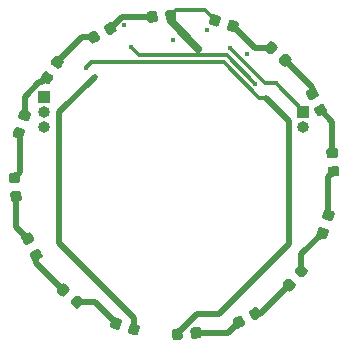
<source format=gbr>
G04 #@! TF.GenerationSoftware,KiCad,Pcbnew,(5.1.4)-1*
G04 #@! TF.CreationDate,2020-07-30T12:24:00-07:00*
G04 #@! TF.ProjectId,Kicad LED Rings,4b696361-6420-44c4-9544-2052696e6773,rev?*
G04 #@! TF.SameCoordinates,Original*
G04 #@! TF.FileFunction,Copper,L4,Bot*
G04 #@! TF.FilePolarity,Positive*
%FSLAX46Y46*%
G04 Gerber Fmt 4.6, Leading zero omitted, Abs format (unit mm)*
G04 Created by KiCad (PCBNEW (5.1.4)-1) date 2020-07-30 12:24:00*
%MOMM*%
%LPD*%
G04 APERTURE LIST*
%ADD10C,0.100000*%
%ADD11C,0.875000*%
%ADD12R,1.000000X1.000000*%
%ADD13O,1.000000X1.000000*%
%ADD14C,0.450000*%
%ADD15C,0.508000*%
%ADD16C,0.304800*%
%ADD17C,0.635000*%
G04 APERTURE END LIST*
D10*
G36*
X104646870Y-91967957D02*
G01*
X104668039Y-91971523D01*
X104688757Y-91977147D01*
X105104844Y-92112342D01*
X105124910Y-92119970D01*
X105144132Y-92129528D01*
X105162325Y-92140923D01*
X105179313Y-92154047D01*
X105194933Y-92168773D01*
X105209034Y-92184959D01*
X105221481Y-92202450D01*
X105232154Y-92221076D01*
X105240949Y-92240658D01*
X105247783Y-92261008D01*
X105252589Y-92281931D01*
X105255322Y-92303223D01*
X105255954Y-92324681D01*
X105254480Y-92346097D01*
X105250914Y-92367266D01*
X105245290Y-92387983D01*
X105086919Y-92875400D01*
X105079291Y-92895467D01*
X105069734Y-92914689D01*
X105058338Y-92932881D01*
X105045214Y-92949870D01*
X105030488Y-92965490D01*
X105014302Y-92979591D01*
X104996812Y-92992038D01*
X104978186Y-93002711D01*
X104958603Y-93011506D01*
X104938253Y-93018340D01*
X104917331Y-93023146D01*
X104896038Y-93025879D01*
X104874580Y-93026511D01*
X104853164Y-93025037D01*
X104831995Y-93021471D01*
X104811277Y-93015847D01*
X104395190Y-92880652D01*
X104375124Y-92873024D01*
X104355902Y-92863466D01*
X104337709Y-92852071D01*
X104320721Y-92838947D01*
X104305101Y-92824221D01*
X104291000Y-92808035D01*
X104278553Y-92790544D01*
X104267880Y-92771918D01*
X104259085Y-92752336D01*
X104252251Y-92731986D01*
X104247445Y-92711063D01*
X104244712Y-92689771D01*
X104244080Y-92668313D01*
X104245554Y-92646897D01*
X104249120Y-92625728D01*
X104254744Y-92605011D01*
X104413115Y-92117594D01*
X104420743Y-92097527D01*
X104430300Y-92078305D01*
X104441696Y-92060113D01*
X104454820Y-92043124D01*
X104469546Y-92027504D01*
X104485732Y-92013403D01*
X104503222Y-92000956D01*
X104521848Y-91990283D01*
X104541431Y-91981488D01*
X104561781Y-91974654D01*
X104582703Y-91969848D01*
X104603996Y-91967115D01*
X104625454Y-91966483D01*
X104646870Y-91967957D01*
X104646870Y-91967957D01*
G37*
D11*
X104750017Y-92496497D03*
D10*
G36*
X106144784Y-92454659D02*
G01*
X106165953Y-92458225D01*
X106186671Y-92463849D01*
X106602758Y-92599044D01*
X106622824Y-92606672D01*
X106642046Y-92616230D01*
X106660239Y-92627625D01*
X106677227Y-92640749D01*
X106692847Y-92655475D01*
X106706948Y-92671661D01*
X106719395Y-92689152D01*
X106730068Y-92707778D01*
X106738863Y-92727360D01*
X106745697Y-92747710D01*
X106750503Y-92768633D01*
X106753236Y-92789925D01*
X106753868Y-92811383D01*
X106752394Y-92832799D01*
X106748828Y-92853968D01*
X106743204Y-92874685D01*
X106584833Y-93362102D01*
X106577205Y-93382169D01*
X106567648Y-93401391D01*
X106556252Y-93419583D01*
X106543128Y-93436572D01*
X106528402Y-93452192D01*
X106512216Y-93466293D01*
X106494726Y-93478740D01*
X106476100Y-93489413D01*
X106456517Y-93498208D01*
X106436167Y-93505042D01*
X106415245Y-93509848D01*
X106393952Y-93512581D01*
X106372494Y-93513213D01*
X106351078Y-93511739D01*
X106329909Y-93508173D01*
X106309191Y-93502549D01*
X105893104Y-93367354D01*
X105873038Y-93359726D01*
X105853816Y-93350168D01*
X105835623Y-93338773D01*
X105818635Y-93325649D01*
X105803015Y-93310923D01*
X105788914Y-93294737D01*
X105776467Y-93277246D01*
X105765794Y-93258620D01*
X105756999Y-93239038D01*
X105750165Y-93218688D01*
X105745359Y-93197765D01*
X105742626Y-93176473D01*
X105741994Y-93155015D01*
X105743468Y-93133599D01*
X105747034Y-93112430D01*
X105752658Y-93091713D01*
X105911029Y-92604296D01*
X105918657Y-92584229D01*
X105928214Y-92565007D01*
X105939610Y-92546815D01*
X105952734Y-92529826D01*
X105967460Y-92514206D01*
X105983646Y-92500105D01*
X106001136Y-92487658D01*
X106019762Y-92476985D01*
X106039345Y-92468190D01*
X106059695Y-92461356D01*
X106080617Y-92456550D01*
X106101910Y-92453817D01*
X106123368Y-92453185D01*
X106144784Y-92454659D01*
X106144784Y-92454659D01*
G37*
D11*
X106247931Y-92983199D03*
D10*
G36*
X110149248Y-92925110D02*
G01*
X110170417Y-92928676D01*
X110191134Y-92934300D01*
X110211201Y-92941928D01*
X110230423Y-92951485D01*
X110248616Y-92962881D01*
X110265604Y-92976005D01*
X110281224Y-92990731D01*
X110295325Y-93006917D01*
X110307772Y-93024407D01*
X110318445Y-93043034D01*
X110327240Y-93062616D01*
X110334074Y-93082966D01*
X110338880Y-93103889D01*
X110341613Y-93125181D01*
X110381823Y-93636101D01*
X110382455Y-93657559D01*
X110380981Y-93678975D01*
X110377415Y-93700144D01*
X110371791Y-93720862D01*
X110364163Y-93740928D01*
X110354605Y-93760150D01*
X110343210Y-93778343D01*
X110330086Y-93795331D01*
X110315360Y-93810951D01*
X110299174Y-93825052D01*
X110281683Y-93837499D01*
X110263057Y-93848172D01*
X110243475Y-93856967D01*
X110223124Y-93863801D01*
X110202202Y-93868607D01*
X110180910Y-93871340D01*
X109744758Y-93905666D01*
X109723300Y-93906298D01*
X109701884Y-93904824D01*
X109680715Y-93901258D01*
X109659998Y-93895634D01*
X109639931Y-93888006D01*
X109620709Y-93878449D01*
X109602516Y-93867053D01*
X109585528Y-93853929D01*
X109569908Y-93839203D01*
X109555807Y-93823017D01*
X109543360Y-93805527D01*
X109532687Y-93786900D01*
X109523892Y-93767318D01*
X109517058Y-93746968D01*
X109512252Y-93726045D01*
X109509519Y-93704753D01*
X109469309Y-93193833D01*
X109468677Y-93172375D01*
X109470151Y-93150959D01*
X109473717Y-93129790D01*
X109479341Y-93109072D01*
X109486969Y-93089006D01*
X109496527Y-93069784D01*
X109507922Y-93051591D01*
X109521046Y-93034603D01*
X109535772Y-93018983D01*
X109551958Y-93004882D01*
X109569449Y-92992435D01*
X109588075Y-92981762D01*
X109607657Y-92972967D01*
X109628008Y-92966133D01*
X109648930Y-92961327D01*
X109670222Y-92958594D01*
X110106374Y-92924268D01*
X110127832Y-92923636D01*
X110149248Y-92925110D01*
X110149248Y-92925110D01*
G37*
D11*
X109925566Y-93414967D03*
D10*
G36*
X111719392Y-92801536D02*
G01*
X111740561Y-92805102D01*
X111761278Y-92810726D01*
X111781345Y-92818354D01*
X111800567Y-92827911D01*
X111818760Y-92839307D01*
X111835748Y-92852431D01*
X111851368Y-92867157D01*
X111865469Y-92883343D01*
X111877916Y-92900833D01*
X111888589Y-92919460D01*
X111897384Y-92939042D01*
X111904218Y-92959392D01*
X111909024Y-92980315D01*
X111911757Y-93001607D01*
X111951967Y-93512527D01*
X111952599Y-93533985D01*
X111951125Y-93555401D01*
X111947559Y-93576570D01*
X111941935Y-93597288D01*
X111934307Y-93617354D01*
X111924749Y-93636576D01*
X111913354Y-93654769D01*
X111900230Y-93671757D01*
X111885504Y-93687377D01*
X111869318Y-93701478D01*
X111851827Y-93713925D01*
X111833201Y-93724598D01*
X111813619Y-93733393D01*
X111793268Y-93740227D01*
X111772346Y-93745033D01*
X111751054Y-93747766D01*
X111314902Y-93782092D01*
X111293444Y-93782724D01*
X111272028Y-93781250D01*
X111250859Y-93777684D01*
X111230142Y-93772060D01*
X111210075Y-93764432D01*
X111190853Y-93754875D01*
X111172660Y-93743479D01*
X111155672Y-93730355D01*
X111140052Y-93715629D01*
X111125951Y-93699443D01*
X111113504Y-93681953D01*
X111102831Y-93663326D01*
X111094036Y-93643744D01*
X111087202Y-93623394D01*
X111082396Y-93602471D01*
X111079663Y-93581179D01*
X111039453Y-93070259D01*
X111038821Y-93048801D01*
X111040295Y-93027385D01*
X111043861Y-93006216D01*
X111049485Y-92985498D01*
X111057113Y-92965432D01*
X111066671Y-92946210D01*
X111078066Y-92928017D01*
X111091190Y-92911029D01*
X111105916Y-92895409D01*
X111122102Y-92881308D01*
X111139593Y-92868861D01*
X111158219Y-92858188D01*
X111177801Y-92849393D01*
X111198152Y-92842559D01*
X111219074Y-92837753D01*
X111240366Y-92835020D01*
X111676518Y-92800694D01*
X111697976Y-92800062D01*
X111719392Y-92801536D01*
X111719392Y-92801536D01*
G37*
D11*
X111495710Y-93291393D03*
D10*
G36*
X98132059Y-86195371D02*
G01*
X98153228Y-86198937D01*
X98173946Y-86204561D01*
X98194012Y-86212189D01*
X98213234Y-86221747D01*
X98231427Y-86233142D01*
X98248415Y-86246266D01*
X98264035Y-86260992D01*
X98278136Y-86277178D01*
X98290583Y-86294669D01*
X98301256Y-86313295D01*
X98499877Y-86703111D01*
X98508672Y-86722693D01*
X98515506Y-86743043D01*
X98520312Y-86763966D01*
X98523045Y-86785258D01*
X98523677Y-86806716D01*
X98522203Y-86828132D01*
X98518637Y-86849301D01*
X98513013Y-86870019D01*
X98505385Y-86890085D01*
X98495827Y-86909307D01*
X98484432Y-86927500D01*
X98471308Y-86944488D01*
X98456582Y-86960108D01*
X98440396Y-86974209D01*
X98422905Y-86986656D01*
X98404279Y-86997329D01*
X97947638Y-87229999D01*
X97928056Y-87238794D01*
X97907706Y-87245628D01*
X97886783Y-87250434D01*
X97865491Y-87253167D01*
X97844033Y-87253799D01*
X97822617Y-87252325D01*
X97801448Y-87248759D01*
X97780730Y-87243135D01*
X97760664Y-87235507D01*
X97741442Y-87225949D01*
X97723249Y-87214554D01*
X97706261Y-87201430D01*
X97690641Y-87186704D01*
X97676540Y-87170518D01*
X97664093Y-87153027D01*
X97653420Y-87134401D01*
X97454799Y-86744585D01*
X97446004Y-86725003D01*
X97439170Y-86704653D01*
X97434364Y-86683730D01*
X97431631Y-86662438D01*
X97430999Y-86640980D01*
X97432473Y-86619564D01*
X97436039Y-86598395D01*
X97441663Y-86577677D01*
X97449291Y-86557611D01*
X97458849Y-86538389D01*
X97470244Y-86520196D01*
X97483368Y-86503208D01*
X97498094Y-86487588D01*
X97514280Y-86473487D01*
X97531771Y-86461040D01*
X97550397Y-86450367D01*
X98007038Y-86217697D01*
X98026620Y-86208902D01*
X98046970Y-86202068D01*
X98067893Y-86197262D01*
X98089185Y-86194529D01*
X98110643Y-86193897D01*
X98132059Y-86195371D01*
X98132059Y-86195371D01*
G37*
D11*
X97977338Y-86723848D03*
D10*
G36*
X97417023Y-84792035D02*
G01*
X97438192Y-84795601D01*
X97458910Y-84801225D01*
X97478976Y-84808853D01*
X97498198Y-84818411D01*
X97516391Y-84829806D01*
X97533379Y-84842930D01*
X97548999Y-84857656D01*
X97563100Y-84873842D01*
X97575547Y-84891333D01*
X97586220Y-84909959D01*
X97784841Y-85299775D01*
X97793636Y-85319357D01*
X97800470Y-85339707D01*
X97805276Y-85360630D01*
X97808009Y-85381922D01*
X97808641Y-85403380D01*
X97807167Y-85424796D01*
X97803601Y-85445965D01*
X97797977Y-85466683D01*
X97790349Y-85486749D01*
X97780791Y-85505971D01*
X97769396Y-85524164D01*
X97756272Y-85541152D01*
X97741546Y-85556772D01*
X97725360Y-85570873D01*
X97707869Y-85583320D01*
X97689243Y-85593993D01*
X97232602Y-85826663D01*
X97213020Y-85835458D01*
X97192670Y-85842292D01*
X97171747Y-85847098D01*
X97150455Y-85849831D01*
X97128997Y-85850463D01*
X97107581Y-85848989D01*
X97086412Y-85845423D01*
X97065694Y-85839799D01*
X97045628Y-85832171D01*
X97026406Y-85822613D01*
X97008213Y-85811218D01*
X96991225Y-85798094D01*
X96975605Y-85783368D01*
X96961504Y-85767182D01*
X96949057Y-85749691D01*
X96938384Y-85731065D01*
X96739763Y-85341249D01*
X96730968Y-85321667D01*
X96724134Y-85301317D01*
X96719328Y-85280394D01*
X96716595Y-85259102D01*
X96715963Y-85237644D01*
X96717437Y-85216228D01*
X96721003Y-85195059D01*
X96726627Y-85174341D01*
X96734255Y-85154275D01*
X96743813Y-85135053D01*
X96755208Y-85116860D01*
X96768332Y-85099872D01*
X96783058Y-85084252D01*
X96799244Y-85070151D01*
X96816735Y-85057704D01*
X96835361Y-85047031D01*
X97292002Y-84814361D01*
X97311584Y-84805566D01*
X97331934Y-84798732D01*
X97352857Y-84793926D01*
X97374149Y-84791193D01*
X97395607Y-84790561D01*
X97417023Y-84792035D01*
X97417023Y-84792035D01*
G37*
D11*
X97262302Y-85320512D03*
D10*
G36*
X120382524Y-87499726D02*
G01*
X120403693Y-87503292D01*
X120424411Y-87508916D01*
X120444477Y-87516544D01*
X120463699Y-87526102D01*
X120481892Y-87537497D01*
X120498880Y-87550621D01*
X120888588Y-87883463D01*
X120904208Y-87898189D01*
X120918309Y-87914375D01*
X120930756Y-87931865D01*
X120941429Y-87950492D01*
X120950224Y-87970074D01*
X120957058Y-87990424D01*
X120961864Y-88011347D01*
X120964597Y-88032639D01*
X120965229Y-88054097D01*
X120963755Y-88075513D01*
X120960189Y-88096682D01*
X120954565Y-88117399D01*
X120946937Y-88137466D01*
X120937380Y-88156688D01*
X120925984Y-88174881D01*
X120912860Y-88191869D01*
X120628726Y-88524547D01*
X120614000Y-88540167D01*
X120597814Y-88554268D01*
X120580323Y-88566715D01*
X120561697Y-88577388D01*
X120542115Y-88586183D01*
X120521765Y-88593017D01*
X120500842Y-88597823D01*
X120479550Y-88600556D01*
X120458092Y-88601188D01*
X120436676Y-88599714D01*
X120415507Y-88596148D01*
X120394789Y-88590524D01*
X120374723Y-88582896D01*
X120355501Y-88573338D01*
X120337308Y-88561943D01*
X120320320Y-88548819D01*
X119930612Y-88215977D01*
X119914992Y-88201251D01*
X119900891Y-88185065D01*
X119888444Y-88167575D01*
X119877771Y-88148948D01*
X119868976Y-88129366D01*
X119862142Y-88109016D01*
X119857336Y-88088093D01*
X119854603Y-88066801D01*
X119853971Y-88045343D01*
X119855445Y-88023927D01*
X119859011Y-88002758D01*
X119864635Y-87982041D01*
X119872263Y-87961974D01*
X119881820Y-87942752D01*
X119893216Y-87924559D01*
X119906340Y-87907571D01*
X120190474Y-87574893D01*
X120205200Y-87559273D01*
X120221386Y-87545172D01*
X120238877Y-87532725D01*
X120257503Y-87522052D01*
X120277085Y-87513257D01*
X120297435Y-87506423D01*
X120318358Y-87501617D01*
X120339650Y-87498884D01*
X120361108Y-87498252D01*
X120382524Y-87499726D01*
X120382524Y-87499726D01*
G37*
D11*
X120409600Y-88049720D03*
D10*
G36*
X119359644Y-88697366D02*
G01*
X119380813Y-88700932D01*
X119401531Y-88706556D01*
X119421597Y-88714184D01*
X119440819Y-88723742D01*
X119459012Y-88735137D01*
X119476000Y-88748261D01*
X119865708Y-89081103D01*
X119881328Y-89095829D01*
X119895429Y-89112015D01*
X119907876Y-89129505D01*
X119918549Y-89148132D01*
X119927344Y-89167714D01*
X119934178Y-89188064D01*
X119938984Y-89208987D01*
X119941717Y-89230279D01*
X119942349Y-89251737D01*
X119940875Y-89273153D01*
X119937309Y-89294322D01*
X119931685Y-89315039D01*
X119924057Y-89335106D01*
X119914500Y-89354328D01*
X119903104Y-89372521D01*
X119889980Y-89389509D01*
X119605846Y-89722187D01*
X119591120Y-89737807D01*
X119574934Y-89751908D01*
X119557443Y-89764355D01*
X119538817Y-89775028D01*
X119519235Y-89783823D01*
X119498885Y-89790657D01*
X119477962Y-89795463D01*
X119456670Y-89798196D01*
X119435212Y-89798828D01*
X119413796Y-89797354D01*
X119392627Y-89793788D01*
X119371909Y-89788164D01*
X119351843Y-89780536D01*
X119332621Y-89770978D01*
X119314428Y-89759583D01*
X119297440Y-89746459D01*
X118907732Y-89413617D01*
X118892112Y-89398891D01*
X118878011Y-89382705D01*
X118865564Y-89365215D01*
X118854891Y-89346588D01*
X118846096Y-89327006D01*
X118839262Y-89306656D01*
X118834456Y-89285733D01*
X118831723Y-89264441D01*
X118831091Y-89242983D01*
X118832565Y-89221567D01*
X118836131Y-89200398D01*
X118841755Y-89179681D01*
X118849383Y-89159614D01*
X118858940Y-89140392D01*
X118870336Y-89122199D01*
X118883460Y-89105211D01*
X119167594Y-88772533D01*
X119182320Y-88756913D01*
X119198506Y-88742812D01*
X119215997Y-88730365D01*
X119234623Y-88719692D01*
X119254205Y-88710897D01*
X119274555Y-88704063D01*
X119295478Y-88699257D01*
X119316770Y-88696524D01*
X119338228Y-88695892D01*
X119359644Y-88697366D01*
X119359644Y-88697366D01*
G37*
D11*
X119386720Y-89247360D03*
D10*
G36*
X96423160Y-79703505D02*
G01*
X96444297Y-79707256D01*
X96464964Y-79713060D01*
X96484963Y-79720863D01*
X96504101Y-79730588D01*
X96522194Y-79742142D01*
X96539067Y-79755413D01*
X96554558Y-79770275D01*
X96568517Y-79786584D01*
X96580811Y-79804182D01*
X96591321Y-79822900D01*
X96599945Y-79842559D01*
X96606601Y-79862968D01*
X96611225Y-79883931D01*
X96613771Y-79905247D01*
X96644289Y-80341681D01*
X96644734Y-80363143D01*
X96643073Y-80384546D01*
X96639322Y-80405683D01*
X96633518Y-80426351D01*
X96625715Y-80446350D01*
X96615990Y-80465488D01*
X96604436Y-80483580D01*
X96591165Y-80500453D01*
X96576303Y-80515944D01*
X96559994Y-80529903D01*
X96542396Y-80542197D01*
X96523678Y-80552707D01*
X96504019Y-80561331D01*
X96483610Y-80567987D01*
X96462647Y-80572611D01*
X96441331Y-80575157D01*
X95930079Y-80610907D01*
X95908617Y-80611352D01*
X95887214Y-80609691D01*
X95866077Y-80605940D01*
X95845410Y-80600136D01*
X95825411Y-80592333D01*
X95806273Y-80582608D01*
X95788180Y-80571054D01*
X95771307Y-80557783D01*
X95755816Y-80542921D01*
X95741857Y-80526612D01*
X95729563Y-80509014D01*
X95719053Y-80490296D01*
X95710429Y-80470637D01*
X95703773Y-80450228D01*
X95699149Y-80429265D01*
X95696603Y-80407949D01*
X95666085Y-79971515D01*
X95665640Y-79950053D01*
X95667301Y-79928650D01*
X95671052Y-79907513D01*
X95676856Y-79886845D01*
X95684659Y-79866846D01*
X95694384Y-79847708D01*
X95705938Y-79829616D01*
X95719209Y-79812743D01*
X95734071Y-79797252D01*
X95750380Y-79783293D01*
X95767978Y-79770999D01*
X95786696Y-79760489D01*
X95806355Y-79751865D01*
X95826764Y-79745209D01*
X95847727Y-79740585D01*
X95869043Y-79738039D01*
X96380295Y-79702289D01*
X96401757Y-79701844D01*
X96423160Y-79703505D01*
X96423160Y-79703505D01*
G37*
D11*
X96155187Y-80156598D03*
D10*
G36*
X96533026Y-81274669D02*
G01*
X96554163Y-81278420D01*
X96574830Y-81284224D01*
X96594829Y-81292027D01*
X96613967Y-81301752D01*
X96632060Y-81313306D01*
X96648933Y-81326577D01*
X96664424Y-81341439D01*
X96678383Y-81357748D01*
X96690677Y-81375346D01*
X96701187Y-81394064D01*
X96709811Y-81413723D01*
X96716467Y-81434132D01*
X96721091Y-81455095D01*
X96723637Y-81476411D01*
X96754155Y-81912845D01*
X96754600Y-81934307D01*
X96752939Y-81955710D01*
X96749188Y-81976847D01*
X96743384Y-81997515D01*
X96735581Y-82017514D01*
X96725856Y-82036652D01*
X96714302Y-82054744D01*
X96701031Y-82071617D01*
X96686169Y-82087108D01*
X96669860Y-82101067D01*
X96652262Y-82113361D01*
X96633544Y-82123871D01*
X96613885Y-82132495D01*
X96593476Y-82139151D01*
X96572513Y-82143775D01*
X96551197Y-82146321D01*
X96039945Y-82182071D01*
X96018483Y-82182516D01*
X95997080Y-82180855D01*
X95975943Y-82177104D01*
X95955276Y-82171300D01*
X95935277Y-82163497D01*
X95916139Y-82153772D01*
X95898046Y-82142218D01*
X95881173Y-82128947D01*
X95865682Y-82114085D01*
X95851723Y-82097776D01*
X95839429Y-82080178D01*
X95828919Y-82061460D01*
X95820295Y-82041801D01*
X95813639Y-82021392D01*
X95809015Y-82000429D01*
X95806469Y-81979113D01*
X95775951Y-81542679D01*
X95775506Y-81521217D01*
X95777167Y-81499814D01*
X95780918Y-81478677D01*
X95786722Y-81458009D01*
X95794525Y-81438010D01*
X95804250Y-81418872D01*
X95815804Y-81400780D01*
X95829075Y-81383907D01*
X95843937Y-81368416D01*
X95860246Y-81354457D01*
X95877844Y-81342163D01*
X95896562Y-81331653D01*
X95916221Y-81323029D01*
X95936630Y-81316373D01*
X95957593Y-81311749D01*
X95978909Y-81309203D01*
X96490161Y-81273453D01*
X96511623Y-81273008D01*
X96533026Y-81274669D01*
X96533026Y-81274669D01*
G37*
D11*
X96265053Y-81727762D03*
D10*
G36*
X122079969Y-84310874D02*
G01*
X122101138Y-84314440D01*
X122121855Y-84320064D01*
X122609272Y-84478435D01*
X122629339Y-84486063D01*
X122648561Y-84495620D01*
X122666753Y-84507016D01*
X122683742Y-84520140D01*
X122699362Y-84534866D01*
X122713463Y-84551052D01*
X122725910Y-84568542D01*
X122736583Y-84587168D01*
X122745378Y-84606751D01*
X122752212Y-84627101D01*
X122757018Y-84648023D01*
X122759751Y-84669316D01*
X122760383Y-84690774D01*
X122758909Y-84712190D01*
X122755343Y-84733359D01*
X122749719Y-84754077D01*
X122614524Y-85170164D01*
X122606896Y-85190230D01*
X122597338Y-85209452D01*
X122585943Y-85227645D01*
X122572819Y-85244633D01*
X122558093Y-85260253D01*
X122541907Y-85274354D01*
X122524416Y-85286801D01*
X122505790Y-85297474D01*
X122486208Y-85306269D01*
X122465858Y-85313103D01*
X122444935Y-85317909D01*
X122423643Y-85320642D01*
X122402185Y-85321274D01*
X122380769Y-85319800D01*
X122359600Y-85316234D01*
X122338883Y-85310610D01*
X121851466Y-85152239D01*
X121831399Y-85144611D01*
X121812177Y-85135054D01*
X121793985Y-85123658D01*
X121776996Y-85110534D01*
X121761376Y-85095808D01*
X121747275Y-85079622D01*
X121734828Y-85062132D01*
X121724155Y-85043506D01*
X121715360Y-85023923D01*
X121708526Y-85003573D01*
X121703720Y-84982651D01*
X121700987Y-84961358D01*
X121700355Y-84939900D01*
X121701829Y-84918484D01*
X121705395Y-84897315D01*
X121711019Y-84876597D01*
X121846214Y-84460510D01*
X121853842Y-84440444D01*
X121863400Y-84421222D01*
X121874795Y-84403029D01*
X121887919Y-84386041D01*
X121902645Y-84370421D01*
X121918831Y-84356320D01*
X121936322Y-84343873D01*
X121954948Y-84333200D01*
X121974530Y-84324405D01*
X121994880Y-84317571D01*
X122015803Y-84312765D01*
X122037095Y-84310032D01*
X122058553Y-84309400D01*
X122079969Y-84310874D01*
X122079969Y-84310874D01*
G37*
D11*
X122230369Y-84815337D03*
D10*
G36*
X122566671Y-82812960D02*
G01*
X122587840Y-82816526D01*
X122608557Y-82822150D01*
X123095974Y-82980521D01*
X123116041Y-82988149D01*
X123135263Y-82997706D01*
X123153455Y-83009102D01*
X123170444Y-83022226D01*
X123186064Y-83036952D01*
X123200165Y-83053138D01*
X123212612Y-83070628D01*
X123223285Y-83089254D01*
X123232080Y-83108837D01*
X123238914Y-83129187D01*
X123243720Y-83150109D01*
X123246453Y-83171402D01*
X123247085Y-83192860D01*
X123245611Y-83214276D01*
X123242045Y-83235445D01*
X123236421Y-83256163D01*
X123101226Y-83672250D01*
X123093598Y-83692316D01*
X123084040Y-83711538D01*
X123072645Y-83729731D01*
X123059521Y-83746719D01*
X123044795Y-83762339D01*
X123028609Y-83776440D01*
X123011118Y-83788887D01*
X122992492Y-83799560D01*
X122972910Y-83808355D01*
X122952560Y-83815189D01*
X122931637Y-83819995D01*
X122910345Y-83822728D01*
X122888887Y-83823360D01*
X122867471Y-83821886D01*
X122846302Y-83818320D01*
X122825585Y-83812696D01*
X122338168Y-83654325D01*
X122318101Y-83646697D01*
X122298879Y-83637140D01*
X122280687Y-83625744D01*
X122263698Y-83612620D01*
X122248078Y-83597894D01*
X122233977Y-83581708D01*
X122221530Y-83564218D01*
X122210857Y-83545592D01*
X122202062Y-83526009D01*
X122195228Y-83505659D01*
X122190422Y-83484737D01*
X122187689Y-83463444D01*
X122187057Y-83441986D01*
X122188531Y-83420570D01*
X122192097Y-83399401D01*
X122197721Y-83378683D01*
X122332916Y-82962596D01*
X122340544Y-82942530D01*
X122350102Y-82923308D01*
X122361497Y-82905115D01*
X122374621Y-82888127D01*
X122389347Y-82872507D01*
X122405533Y-82858406D01*
X122423024Y-82845959D01*
X122441650Y-82835286D01*
X122461232Y-82826491D01*
X122481582Y-82819657D01*
X122502505Y-82814851D01*
X122523797Y-82812118D01*
X122545255Y-82811486D01*
X122566671Y-82812960D01*
X122566671Y-82812960D01*
G37*
D11*
X122717071Y-83317423D03*
D10*
G36*
X98816458Y-71148573D02*
G01*
X98837690Y-71151742D01*
X98858509Y-71156976D01*
X98878715Y-71164225D01*
X98898113Y-71173421D01*
X98916517Y-71184473D01*
X99342396Y-71469575D01*
X99359627Y-71482378D01*
X99375521Y-71496809D01*
X99389923Y-71512727D01*
X99402696Y-71529981D01*
X99413716Y-71548404D01*
X99422878Y-71567818D01*
X99430092Y-71588036D01*
X99435290Y-71608865D01*
X99438421Y-71630102D01*
X99439456Y-71651544D01*
X99438384Y-71672985D01*
X99435215Y-71694217D01*
X99429981Y-71715036D01*
X99422731Y-71735242D01*
X99413536Y-71754640D01*
X99402484Y-71773042D01*
X99159105Y-72136598D01*
X99146302Y-72153830D01*
X99131872Y-72169723D01*
X99115953Y-72184126D01*
X99098699Y-72196899D01*
X99080277Y-72207919D01*
X99060863Y-72217081D01*
X99040644Y-72224295D01*
X99019816Y-72229493D01*
X98998578Y-72232624D01*
X98977136Y-72233659D01*
X98955696Y-72232587D01*
X98934464Y-72229418D01*
X98913645Y-72224184D01*
X98893439Y-72216935D01*
X98874041Y-72207739D01*
X98855637Y-72196687D01*
X98429758Y-71911585D01*
X98412527Y-71898782D01*
X98396633Y-71884351D01*
X98382231Y-71868433D01*
X98369458Y-71851179D01*
X98358438Y-71832756D01*
X98349276Y-71813342D01*
X98342062Y-71793124D01*
X98336864Y-71772295D01*
X98333733Y-71751058D01*
X98332698Y-71729616D01*
X98333770Y-71708175D01*
X98336939Y-71686943D01*
X98342173Y-71666124D01*
X98349423Y-71645918D01*
X98358618Y-71626520D01*
X98369670Y-71608118D01*
X98613049Y-71244562D01*
X98625852Y-71227330D01*
X98640282Y-71211437D01*
X98656201Y-71197034D01*
X98673455Y-71184261D01*
X98691877Y-71173241D01*
X98711291Y-71164079D01*
X98731510Y-71156865D01*
X98752338Y-71151667D01*
X98773576Y-71148536D01*
X98795018Y-71147501D01*
X98816458Y-71148573D01*
X98816458Y-71148573D01*
G37*
D11*
X98886077Y-71690580D03*
D10*
G36*
X99692624Y-69839773D02*
G01*
X99713856Y-69842942D01*
X99734675Y-69848176D01*
X99754881Y-69855425D01*
X99774279Y-69864621D01*
X99792683Y-69875673D01*
X100218562Y-70160775D01*
X100235793Y-70173578D01*
X100251687Y-70188009D01*
X100266089Y-70203927D01*
X100278862Y-70221181D01*
X100289882Y-70239604D01*
X100299044Y-70259018D01*
X100306258Y-70279236D01*
X100311456Y-70300065D01*
X100314587Y-70321302D01*
X100315622Y-70342744D01*
X100314550Y-70364185D01*
X100311381Y-70385417D01*
X100306147Y-70406236D01*
X100298897Y-70426442D01*
X100289702Y-70445840D01*
X100278650Y-70464242D01*
X100035271Y-70827798D01*
X100022468Y-70845030D01*
X100008038Y-70860923D01*
X99992119Y-70875326D01*
X99974865Y-70888099D01*
X99956443Y-70899119D01*
X99937029Y-70908281D01*
X99916810Y-70915495D01*
X99895982Y-70920693D01*
X99874744Y-70923824D01*
X99853302Y-70924859D01*
X99831862Y-70923787D01*
X99810630Y-70920618D01*
X99789811Y-70915384D01*
X99769605Y-70908135D01*
X99750207Y-70898939D01*
X99731803Y-70887887D01*
X99305924Y-70602785D01*
X99288693Y-70589982D01*
X99272799Y-70575551D01*
X99258397Y-70559633D01*
X99245624Y-70542379D01*
X99234604Y-70523956D01*
X99225442Y-70504542D01*
X99218228Y-70484324D01*
X99213030Y-70463495D01*
X99209899Y-70442258D01*
X99208864Y-70420816D01*
X99209936Y-70399375D01*
X99213105Y-70378143D01*
X99218339Y-70357324D01*
X99225589Y-70337118D01*
X99234784Y-70317720D01*
X99245836Y-70299318D01*
X99489215Y-69935762D01*
X99502018Y-69918530D01*
X99516448Y-69902637D01*
X99532367Y-69888234D01*
X99549621Y-69875461D01*
X99568043Y-69864441D01*
X99587457Y-69855279D01*
X99607676Y-69848065D01*
X99628504Y-69842867D01*
X99649742Y-69839736D01*
X99671184Y-69838701D01*
X99692624Y-69839773D01*
X99692624Y-69839773D01*
G37*
D11*
X99762243Y-70381780D03*
D10*
G36*
X121501363Y-72508439D02*
G01*
X121522532Y-72512005D01*
X121543250Y-72517629D01*
X121563316Y-72525257D01*
X121582538Y-72534815D01*
X121600731Y-72546210D01*
X121617719Y-72559334D01*
X121633339Y-72574060D01*
X121647440Y-72590246D01*
X121659887Y-72607737D01*
X121670560Y-72626363D01*
X121869181Y-73016179D01*
X121877976Y-73035761D01*
X121884810Y-73056111D01*
X121889616Y-73077034D01*
X121892349Y-73098326D01*
X121892981Y-73119784D01*
X121891507Y-73141200D01*
X121887941Y-73162369D01*
X121882317Y-73183087D01*
X121874689Y-73203153D01*
X121865131Y-73222375D01*
X121853736Y-73240568D01*
X121840612Y-73257556D01*
X121825886Y-73273176D01*
X121809700Y-73287277D01*
X121792209Y-73299724D01*
X121773583Y-73310397D01*
X121316942Y-73543067D01*
X121297360Y-73551862D01*
X121277010Y-73558696D01*
X121256087Y-73563502D01*
X121234795Y-73566235D01*
X121213337Y-73566867D01*
X121191921Y-73565393D01*
X121170752Y-73561827D01*
X121150034Y-73556203D01*
X121129968Y-73548575D01*
X121110746Y-73539017D01*
X121092553Y-73527622D01*
X121075565Y-73514498D01*
X121059945Y-73499772D01*
X121045844Y-73483586D01*
X121033397Y-73466095D01*
X121022724Y-73447469D01*
X120824103Y-73057653D01*
X120815308Y-73038071D01*
X120808474Y-73017721D01*
X120803668Y-72996798D01*
X120800935Y-72975506D01*
X120800303Y-72954048D01*
X120801777Y-72932632D01*
X120805343Y-72911463D01*
X120810967Y-72890745D01*
X120818595Y-72870679D01*
X120828153Y-72851457D01*
X120839548Y-72833264D01*
X120852672Y-72816276D01*
X120867398Y-72800656D01*
X120883584Y-72786555D01*
X120901075Y-72774108D01*
X120919701Y-72763435D01*
X121376342Y-72530765D01*
X121395924Y-72521970D01*
X121416274Y-72515136D01*
X121437197Y-72510330D01*
X121458489Y-72507597D01*
X121479947Y-72506965D01*
X121501363Y-72508439D01*
X121501363Y-72508439D01*
G37*
D11*
X121346642Y-73036916D03*
D10*
G36*
X122216399Y-73911775D02*
G01*
X122237568Y-73915341D01*
X122258286Y-73920965D01*
X122278352Y-73928593D01*
X122297574Y-73938151D01*
X122315767Y-73949546D01*
X122332755Y-73962670D01*
X122348375Y-73977396D01*
X122362476Y-73993582D01*
X122374923Y-74011073D01*
X122385596Y-74029699D01*
X122584217Y-74419515D01*
X122593012Y-74439097D01*
X122599846Y-74459447D01*
X122604652Y-74480370D01*
X122607385Y-74501662D01*
X122608017Y-74523120D01*
X122606543Y-74544536D01*
X122602977Y-74565705D01*
X122597353Y-74586423D01*
X122589725Y-74606489D01*
X122580167Y-74625711D01*
X122568772Y-74643904D01*
X122555648Y-74660892D01*
X122540922Y-74676512D01*
X122524736Y-74690613D01*
X122507245Y-74703060D01*
X122488619Y-74713733D01*
X122031978Y-74946403D01*
X122012396Y-74955198D01*
X121992046Y-74962032D01*
X121971123Y-74966838D01*
X121949831Y-74969571D01*
X121928373Y-74970203D01*
X121906957Y-74968729D01*
X121885788Y-74965163D01*
X121865070Y-74959539D01*
X121845004Y-74951911D01*
X121825782Y-74942353D01*
X121807589Y-74930958D01*
X121790601Y-74917834D01*
X121774981Y-74903108D01*
X121760880Y-74886922D01*
X121748433Y-74869431D01*
X121737760Y-74850805D01*
X121539139Y-74460989D01*
X121530344Y-74441407D01*
X121523510Y-74421057D01*
X121518704Y-74400134D01*
X121515971Y-74378842D01*
X121515339Y-74357384D01*
X121516813Y-74335968D01*
X121520379Y-74314799D01*
X121526003Y-74294081D01*
X121533631Y-74274015D01*
X121543189Y-74254793D01*
X121554584Y-74236600D01*
X121567708Y-74219612D01*
X121582434Y-74203992D01*
X121598620Y-74189891D01*
X121616111Y-74177444D01*
X121634737Y-74166771D01*
X122091378Y-73934101D01*
X122110960Y-73925306D01*
X122131310Y-73918472D01*
X122152233Y-73913666D01*
X122173525Y-73910933D01*
X122194983Y-73910301D01*
X122216399Y-73911775D01*
X122216399Y-73911775D01*
G37*
D11*
X122061678Y-74440252D03*
D10*
G36*
X104354288Y-66989337D02*
G01*
X104375457Y-66992903D01*
X104396175Y-66998527D01*
X104416241Y-67006155D01*
X104435463Y-67015713D01*
X104453656Y-67027108D01*
X104470644Y-67040232D01*
X104486264Y-67054958D01*
X104500365Y-67071144D01*
X104512812Y-67088635D01*
X104523485Y-67107261D01*
X104756155Y-67563902D01*
X104764950Y-67583484D01*
X104771784Y-67603834D01*
X104776590Y-67624757D01*
X104779323Y-67646049D01*
X104779955Y-67667507D01*
X104778481Y-67688923D01*
X104774915Y-67710092D01*
X104769291Y-67730810D01*
X104761663Y-67750876D01*
X104752105Y-67770098D01*
X104740710Y-67788291D01*
X104727586Y-67805279D01*
X104712860Y-67820899D01*
X104696674Y-67835000D01*
X104679183Y-67847447D01*
X104660557Y-67858120D01*
X104270741Y-68056741D01*
X104251159Y-68065536D01*
X104230809Y-68072370D01*
X104209886Y-68077176D01*
X104188594Y-68079909D01*
X104167136Y-68080541D01*
X104145720Y-68079067D01*
X104124551Y-68075501D01*
X104103833Y-68069877D01*
X104083767Y-68062249D01*
X104064545Y-68052691D01*
X104046352Y-68041296D01*
X104029364Y-68028172D01*
X104013744Y-68013446D01*
X103999643Y-67997260D01*
X103987196Y-67979769D01*
X103976523Y-67961143D01*
X103743853Y-67504502D01*
X103735058Y-67484920D01*
X103728224Y-67464570D01*
X103723418Y-67443647D01*
X103720685Y-67422355D01*
X103720053Y-67400897D01*
X103721527Y-67379481D01*
X103725093Y-67358312D01*
X103730717Y-67337594D01*
X103738345Y-67317528D01*
X103747903Y-67298306D01*
X103759298Y-67280113D01*
X103772422Y-67263125D01*
X103787148Y-67247505D01*
X103803334Y-67233404D01*
X103820825Y-67220957D01*
X103839451Y-67210284D01*
X104229267Y-67011663D01*
X104248849Y-67002868D01*
X104269199Y-66996034D01*
X104290122Y-66991228D01*
X104311414Y-66988495D01*
X104332872Y-66987863D01*
X104354288Y-66989337D01*
X104354288Y-66989337D01*
G37*
D11*
X104250004Y-67534202D03*
D10*
G36*
X102950952Y-67704373D02*
G01*
X102972121Y-67707939D01*
X102992839Y-67713563D01*
X103012905Y-67721191D01*
X103032127Y-67730749D01*
X103050320Y-67742144D01*
X103067308Y-67755268D01*
X103082928Y-67769994D01*
X103097029Y-67786180D01*
X103109476Y-67803671D01*
X103120149Y-67822297D01*
X103352819Y-68278938D01*
X103361614Y-68298520D01*
X103368448Y-68318870D01*
X103373254Y-68339793D01*
X103375987Y-68361085D01*
X103376619Y-68382543D01*
X103375145Y-68403959D01*
X103371579Y-68425128D01*
X103365955Y-68445846D01*
X103358327Y-68465912D01*
X103348769Y-68485134D01*
X103337374Y-68503327D01*
X103324250Y-68520315D01*
X103309524Y-68535935D01*
X103293338Y-68550036D01*
X103275847Y-68562483D01*
X103257221Y-68573156D01*
X102867405Y-68771777D01*
X102847823Y-68780572D01*
X102827473Y-68787406D01*
X102806550Y-68792212D01*
X102785258Y-68794945D01*
X102763800Y-68795577D01*
X102742384Y-68794103D01*
X102721215Y-68790537D01*
X102700497Y-68784913D01*
X102680431Y-68777285D01*
X102661209Y-68767727D01*
X102643016Y-68756332D01*
X102626028Y-68743208D01*
X102610408Y-68728482D01*
X102596307Y-68712296D01*
X102583860Y-68694805D01*
X102573187Y-68676179D01*
X102340517Y-68219538D01*
X102331722Y-68199956D01*
X102324888Y-68179606D01*
X102320082Y-68158683D01*
X102317349Y-68137391D01*
X102316717Y-68115933D01*
X102318191Y-68094517D01*
X102321757Y-68073348D01*
X102327381Y-68052630D01*
X102335009Y-68032564D01*
X102344567Y-68013342D01*
X102355962Y-67995149D01*
X102369086Y-67978161D01*
X102383812Y-67962541D01*
X102399998Y-67948440D01*
X102417489Y-67935993D01*
X102436115Y-67925320D01*
X102825931Y-67726699D01*
X102845513Y-67717904D01*
X102865863Y-67711070D01*
X102886786Y-67706264D01*
X102908078Y-67703531D01*
X102929536Y-67702899D01*
X102950952Y-67704373D01*
X102950952Y-67704373D01*
G37*
D11*
X102846668Y-68249238D03*
D10*
G36*
X119080053Y-69639645D02*
G01*
X119101222Y-69643211D01*
X119121939Y-69648835D01*
X119142006Y-69656463D01*
X119161228Y-69666020D01*
X119179421Y-69677416D01*
X119196409Y-69690540D01*
X119529087Y-69974674D01*
X119544707Y-69989400D01*
X119558808Y-70005586D01*
X119571255Y-70023077D01*
X119581928Y-70041703D01*
X119590723Y-70061285D01*
X119597557Y-70081635D01*
X119602363Y-70102558D01*
X119605096Y-70123850D01*
X119605728Y-70145308D01*
X119604254Y-70166724D01*
X119600688Y-70187893D01*
X119595064Y-70208611D01*
X119587436Y-70228677D01*
X119577878Y-70247899D01*
X119566483Y-70266092D01*
X119553359Y-70283080D01*
X119220517Y-70672788D01*
X119205791Y-70688408D01*
X119189605Y-70702509D01*
X119172115Y-70714956D01*
X119153488Y-70725629D01*
X119133906Y-70734424D01*
X119113556Y-70741258D01*
X119092633Y-70746064D01*
X119071341Y-70748797D01*
X119049883Y-70749429D01*
X119028467Y-70747955D01*
X119007298Y-70744389D01*
X118986581Y-70738765D01*
X118966514Y-70731137D01*
X118947292Y-70721580D01*
X118929099Y-70710184D01*
X118912111Y-70697060D01*
X118579433Y-70412926D01*
X118563813Y-70398200D01*
X118549712Y-70382014D01*
X118537265Y-70364523D01*
X118526592Y-70345897D01*
X118517797Y-70326315D01*
X118510963Y-70305965D01*
X118506157Y-70285042D01*
X118503424Y-70263750D01*
X118502792Y-70242292D01*
X118504266Y-70220876D01*
X118507832Y-70199707D01*
X118513456Y-70178989D01*
X118521084Y-70158923D01*
X118530642Y-70139701D01*
X118542037Y-70121508D01*
X118555161Y-70104520D01*
X118888003Y-69714812D01*
X118902729Y-69699192D01*
X118918915Y-69685091D01*
X118936405Y-69672644D01*
X118955032Y-69661971D01*
X118974614Y-69653176D01*
X118994964Y-69646342D01*
X119015887Y-69641536D01*
X119037179Y-69638803D01*
X119058637Y-69638171D01*
X119080053Y-69639645D01*
X119080053Y-69639645D01*
G37*
D11*
X119054260Y-70193800D03*
D10*
G36*
X117882413Y-68616765D02*
G01*
X117903582Y-68620331D01*
X117924299Y-68625955D01*
X117944366Y-68633583D01*
X117963588Y-68643140D01*
X117981781Y-68654536D01*
X117998769Y-68667660D01*
X118331447Y-68951794D01*
X118347067Y-68966520D01*
X118361168Y-68982706D01*
X118373615Y-69000197D01*
X118384288Y-69018823D01*
X118393083Y-69038405D01*
X118399917Y-69058755D01*
X118404723Y-69079678D01*
X118407456Y-69100970D01*
X118408088Y-69122428D01*
X118406614Y-69143844D01*
X118403048Y-69165013D01*
X118397424Y-69185731D01*
X118389796Y-69205797D01*
X118380238Y-69225019D01*
X118368843Y-69243212D01*
X118355719Y-69260200D01*
X118022877Y-69649908D01*
X118008151Y-69665528D01*
X117991965Y-69679629D01*
X117974475Y-69692076D01*
X117955848Y-69702749D01*
X117936266Y-69711544D01*
X117915916Y-69718378D01*
X117894993Y-69723184D01*
X117873701Y-69725917D01*
X117852243Y-69726549D01*
X117830827Y-69725075D01*
X117809658Y-69721509D01*
X117788941Y-69715885D01*
X117768874Y-69708257D01*
X117749652Y-69698700D01*
X117731459Y-69687304D01*
X117714471Y-69674180D01*
X117381793Y-69390046D01*
X117366173Y-69375320D01*
X117352072Y-69359134D01*
X117339625Y-69341643D01*
X117328952Y-69323017D01*
X117320157Y-69303435D01*
X117313323Y-69283085D01*
X117308517Y-69262162D01*
X117305784Y-69240870D01*
X117305152Y-69219412D01*
X117306626Y-69197996D01*
X117310192Y-69176827D01*
X117315816Y-69156109D01*
X117323444Y-69136043D01*
X117333002Y-69116821D01*
X117344397Y-69098628D01*
X117357521Y-69081640D01*
X117690363Y-68691932D01*
X117705089Y-68676312D01*
X117721275Y-68662211D01*
X117738765Y-68649764D01*
X117757392Y-68639091D01*
X117776974Y-68630296D01*
X117797324Y-68623462D01*
X117818247Y-68618656D01*
X117839539Y-68615923D01*
X117860997Y-68615291D01*
X117882413Y-68616765D01*
X117882413Y-68616765D01*
G37*
D11*
X117856620Y-69170920D03*
D12*
X98659680Y-73283900D03*
D13*
X98659680Y-74553900D03*
X98659680Y-75823900D03*
D12*
X120591580Y-74553420D03*
D13*
X120591580Y-75823420D03*
D10*
G36*
X100285293Y-89109485D02*
G01*
X100306462Y-89113051D01*
X100327179Y-89118675D01*
X100347246Y-89126303D01*
X100366468Y-89135860D01*
X100384661Y-89147256D01*
X100401649Y-89160380D01*
X100734327Y-89444514D01*
X100749947Y-89459240D01*
X100764048Y-89475426D01*
X100776495Y-89492917D01*
X100787168Y-89511543D01*
X100795963Y-89531125D01*
X100802797Y-89551475D01*
X100807603Y-89572398D01*
X100810336Y-89593690D01*
X100810968Y-89615148D01*
X100809494Y-89636564D01*
X100805928Y-89657733D01*
X100800304Y-89678451D01*
X100792676Y-89698517D01*
X100783118Y-89717739D01*
X100771723Y-89735932D01*
X100758599Y-89752920D01*
X100425757Y-90142628D01*
X100411031Y-90158248D01*
X100394845Y-90172349D01*
X100377355Y-90184796D01*
X100358728Y-90195469D01*
X100339146Y-90204264D01*
X100318796Y-90211098D01*
X100297873Y-90215904D01*
X100276581Y-90218637D01*
X100255123Y-90219269D01*
X100233707Y-90217795D01*
X100212538Y-90214229D01*
X100191821Y-90208605D01*
X100171754Y-90200977D01*
X100152532Y-90191420D01*
X100134339Y-90180024D01*
X100117351Y-90166900D01*
X99784673Y-89882766D01*
X99769053Y-89868040D01*
X99754952Y-89851854D01*
X99742505Y-89834363D01*
X99731832Y-89815737D01*
X99723037Y-89796155D01*
X99716203Y-89775805D01*
X99711397Y-89754882D01*
X99708664Y-89733590D01*
X99708032Y-89712132D01*
X99709506Y-89690716D01*
X99713072Y-89669547D01*
X99718696Y-89648829D01*
X99726324Y-89628763D01*
X99735882Y-89609541D01*
X99747277Y-89591348D01*
X99760401Y-89574360D01*
X100093243Y-89184652D01*
X100107969Y-89169032D01*
X100124155Y-89154931D01*
X100141645Y-89142484D01*
X100160272Y-89131811D01*
X100179854Y-89123016D01*
X100200204Y-89116182D01*
X100221127Y-89111376D01*
X100242419Y-89108643D01*
X100263877Y-89108011D01*
X100285293Y-89109485D01*
X100285293Y-89109485D01*
G37*
D11*
X100259500Y-89663640D03*
D10*
G36*
X101482933Y-90132365D02*
G01*
X101504102Y-90135931D01*
X101524819Y-90141555D01*
X101544886Y-90149183D01*
X101564108Y-90158740D01*
X101582301Y-90170136D01*
X101599289Y-90183260D01*
X101931967Y-90467394D01*
X101947587Y-90482120D01*
X101961688Y-90498306D01*
X101974135Y-90515797D01*
X101984808Y-90534423D01*
X101993603Y-90554005D01*
X102000437Y-90574355D01*
X102005243Y-90595278D01*
X102007976Y-90616570D01*
X102008608Y-90638028D01*
X102007134Y-90659444D01*
X102003568Y-90680613D01*
X101997944Y-90701331D01*
X101990316Y-90721397D01*
X101980758Y-90740619D01*
X101969363Y-90758812D01*
X101956239Y-90775800D01*
X101623397Y-91165508D01*
X101608671Y-91181128D01*
X101592485Y-91195229D01*
X101574995Y-91207676D01*
X101556368Y-91218349D01*
X101536786Y-91227144D01*
X101516436Y-91233978D01*
X101495513Y-91238784D01*
X101474221Y-91241517D01*
X101452763Y-91242149D01*
X101431347Y-91240675D01*
X101410178Y-91237109D01*
X101389461Y-91231485D01*
X101369394Y-91223857D01*
X101350172Y-91214300D01*
X101331979Y-91202904D01*
X101314991Y-91189780D01*
X100982313Y-90905646D01*
X100966693Y-90890920D01*
X100952592Y-90874734D01*
X100940145Y-90857243D01*
X100929472Y-90838617D01*
X100920677Y-90819035D01*
X100913843Y-90798685D01*
X100909037Y-90777762D01*
X100906304Y-90756470D01*
X100905672Y-90735012D01*
X100907146Y-90713596D01*
X100910712Y-90692427D01*
X100916336Y-90671709D01*
X100923964Y-90651643D01*
X100933522Y-90632421D01*
X100944917Y-90614228D01*
X100958041Y-90597240D01*
X101290883Y-90207532D01*
X101305609Y-90191912D01*
X101321795Y-90177811D01*
X101339285Y-90165364D01*
X101357912Y-90154691D01*
X101377494Y-90145896D01*
X101397844Y-90139062D01*
X101418767Y-90134256D01*
X101440059Y-90131523D01*
X101461517Y-90130891D01*
X101482933Y-90132365D01*
X101482933Y-90132365D01*
G37*
D11*
X101457140Y-90686520D03*
D10*
G36*
X115236776Y-91839393D02*
G01*
X115257945Y-91842959D01*
X115278663Y-91848583D01*
X115298729Y-91856211D01*
X115317951Y-91865769D01*
X115336144Y-91877164D01*
X115353132Y-91890288D01*
X115368752Y-91905014D01*
X115382853Y-91921200D01*
X115395300Y-91938691D01*
X115405973Y-91957317D01*
X115638643Y-92413958D01*
X115647438Y-92433540D01*
X115654272Y-92453890D01*
X115659078Y-92474813D01*
X115661811Y-92496105D01*
X115662443Y-92517563D01*
X115660969Y-92538979D01*
X115657403Y-92560148D01*
X115651779Y-92580866D01*
X115644151Y-92600932D01*
X115634593Y-92620154D01*
X115623198Y-92638347D01*
X115610074Y-92655335D01*
X115595348Y-92670955D01*
X115579162Y-92685056D01*
X115561671Y-92697503D01*
X115543045Y-92708176D01*
X115153229Y-92906797D01*
X115133647Y-92915592D01*
X115113297Y-92922426D01*
X115092374Y-92927232D01*
X115071082Y-92929965D01*
X115049624Y-92930597D01*
X115028208Y-92929123D01*
X115007039Y-92925557D01*
X114986321Y-92919933D01*
X114966255Y-92912305D01*
X114947033Y-92902747D01*
X114928840Y-92891352D01*
X114911852Y-92878228D01*
X114896232Y-92863502D01*
X114882131Y-92847316D01*
X114869684Y-92829825D01*
X114859011Y-92811199D01*
X114626341Y-92354558D01*
X114617546Y-92334976D01*
X114610712Y-92314626D01*
X114605906Y-92293703D01*
X114603173Y-92272411D01*
X114602541Y-92250953D01*
X114604015Y-92229537D01*
X114607581Y-92208368D01*
X114613205Y-92187650D01*
X114620833Y-92167584D01*
X114630391Y-92148362D01*
X114641786Y-92130169D01*
X114654910Y-92113181D01*
X114669636Y-92097561D01*
X114685822Y-92083460D01*
X114703313Y-92071013D01*
X114721939Y-92060340D01*
X115111755Y-91861719D01*
X115131337Y-91852924D01*
X115151687Y-91846090D01*
X115172610Y-91841284D01*
X115193902Y-91838551D01*
X115215360Y-91837919D01*
X115236776Y-91839393D01*
X115236776Y-91839393D01*
G37*
D11*
X115132492Y-92384258D03*
D10*
G36*
X116640112Y-91124357D02*
G01*
X116661281Y-91127923D01*
X116681999Y-91133547D01*
X116702065Y-91141175D01*
X116721287Y-91150733D01*
X116739480Y-91162128D01*
X116756468Y-91175252D01*
X116772088Y-91189978D01*
X116786189Y-91206164D01*
X116798636Y-91223655D01*
X116809309Y-91242281D01*
X117041979Y-91698922D01*
X117050774Y-91718504D01*
X117057608Y-91738854D01*
X117062414Y-91759777D01*
X117065147Y-91781069D01*
X117065779Y-91802527D01*
X117064305Y-91823943D01*
X117060739Y-91845112D01*
X117055115Y-91865830D01*
X117047487Y-91885896D01*
X117037929Y-91905118D01*
X117026534Y-91923311D01*
X117013410Y-91940299D01*
X116998684Y-91955919D01*
X116982498Y-91970020D01*
X116965007Y-91982467D01*
X116946381Y-91993140D01*
X116556565Y-92191761D01*
X116536983Y-92200556D01*
X116516633Y-92207390D01*
X116495710Y-92212196D01*
X116474418Y-92214929D01*
X116452960Y-92215561D01*
X116431544Y-92214087D01*
X116410375Y-92210521D01*
X116389657Y-92204897D01*
X116369591Y-92197269D01*
X116350369Y-92187711D01*
X116332176Y-92176316D01*
X116315188Y-92163192D01*
X116299568Y-92148466D01*
X116285467Y-92132280D01*
X116273020Y-92114789D01*
X116262347Y-92096163D01*
X116029677Y-91639522D01*
X116020882Y-91619940D01*
X116014048Y-91599590D01*
X116009242Y-91578667D01*
X116006509Y-91557375D01*
X116005877Y-91535917D01*
X116007351Y-91514501D01*
X116010917Y-91493332D01*
X116016541Y-91472614D01*
X116024169Y-91452548D01*
X116033727Y-91433326D01*
X116045122Y-91415133D01*
X116058246Y-91398145D01*
X116072972Y-91382525D01*
X116089158Y-91368424D01*
X116106649Y-91355977D01*
X116125275Y-91345304D01*
X116515091Y-91146683D01*
X116534673Y-91137888D01*
X116555023Y-91131054D01*
X116575946Y-91126248D01*
X116597238Y-91123515D01*
X116618696Y-91122883D01*
X116640112Y-91124357D01*
X116640112Y-91124357D01*
G37*
D11*
X116535828Y-91669222D03*
D10*
G36*
X96357389Y-75878074D02*
G01*
X96378558Y-75881640D01*
X96399275Y-75887264D01*
X96886692Y-76045635D01*
X96906759Y-76053263D01*
X96925981Y-76062820D01*
X96944173Y-76074216D01*
X96961162Y-76087340D01*
X96976782Y-76102066D01*
X96990883Y-76118252D01*
X97003330Y-76135742D01*
X97014003Y-76154368D01*
X97022798Y-76173951D01*
X97029632Y-76194301D01*
X97034438Y-76215223D01*
X97037171Y-76236516D01*
X97037803Y-76257974D01*
X97036329Y-76279390D01*
X97032763Y-76300559D01*
X97027139Y-76321277D01*
X96891944Y-76737364D01*
X96884316Y-76757430D01*
X96874758Y-76776652D01*
X96863363Y-76794845D01*
X96850239Y-76811833D01*
X96835513Y-76827453D01*
X96819327Y-76841554D01*
X96801836Y-76854001D01*
X96783210Y-76864674D01*
X96763628Y-76873469D01*
X96743278Y-76880303D01*
X96722355Y-76885109D01*
X96701063Y-76887842D01*
X96679605Y-76888474D01*
X96658189Y-76887000D01*
X96637020Y-76883434D01*
X96616303Y-76877810D01*
X96128886Y-76719439D01*
X96108819Y-76711811D01*
X96089597Y-76702254D01*
X96071405Y-76690858D01*
X96054416Y-76677734D01*
X96038796Y-76663008D01*
X96024695Y-76646822D01*
X96012248Y-76629332D01*
X96001575Y-76610706D01*
X95992780Y-76591123D01*
X95985946Y-76570773D01*
X95981140Y-76549851D01*
X95978407Y-76528558D01*
X95977775Y-76507100D01*
X95979249Y-76485684D01*
X95982815Y-76464515D01*
X95988439Y-76443797D01*
X96123634Y-76027710D01*
X96131262Y-76007644D01*
X96140820Y-75988422D01*
X96152215Y-75970229D01*
X96165339Y-75953241D01*
X96180065Y-75937621D01*
X96196251Y-75923520D01*
X96213742Y-75911073D01*
X96232368Y-75900400D01*
X96251950Y-75891605D01*
X96272300Y-75884771D01*
X96293223Y-75879965D01*
X96314515Y-75877232D01*
X96335973Y-75876600D01*
X96357389Y-75878074D01*
X96357389Y-75878074D01*
G37*
D11*
X96507789Y-76382537D03*
D10*
G36*
X96844091Y-74380160D02*
G01*
X96865260Y-74383726D01*
X96885977Y-74389350D01*
X97373394Y-74547721D01*
X97393461Y-74555349D01*
X97412683Y-74564906D01*
X97430875Y-74576302D01*
X97447864Y-74589426D01*
X97463484Y-74604152D01*
X97477585Y-74620338D01*
X97490032Y-74637828D01*
X97500705Y-74656454D01*
X97509500Y-74676037D01*
X97516334Y-74696387D01*
X97521140Y-74717309D01*
X97523873Y-74738602D01*
X97524505Y-74760060D01*
X97523031Y-74781476D01*
X97519465Y-74802645D01*
X97513841Y-74823363D01*
X97378646Y-75239450D01*
X97371018Y-75259516D01*
X97361460Y-75278738D01*
X97350065Y-75296931D01*
X97336941Y-75313919D01*
X97322215Y-75329539D01*
X97306029Y-75343640D01*
X97288538Y-75356087D01*
X97269912Y-75366760D01*
X97250330Y-75375555D01*
X97229980Y-75382389D01*
X97209057Y-75387195D01*
X97187765Y-75389928D01*
X97166307Y-75390560D01*
X97144891Y-75389086D01*
X97123722Y-75385520D01*
X97103005Y-75379896D01*
X96615588Y-75221525D01*
X96595521Y-75213897D01*
X96576299Y-75204340D01*
X96558107Y-75192944D01*
X96541118Y-75179820D01*
X96525498Y-75165094D01*
X96511397Y-75148908D01*
X96498950Y-75131418D01*
X96488277Y-75112792D01*
X96479482Y-75093209D01*
X96472648Y-75072859D01*
X96467842Y-75051937D01*
X96465109Y-75030644D01*
X96464477Y-75009186D01*
X96465951Y-74987770D01*
X96469517Y-74966601D01*
X96475141Y-74945883D01*
X96610336Y-74529796D01*
X96617964Y-74509730D01*
X96627522Y-74490508D01*
X96638917Y-74472315D01*
X96652041Y-74455327D01*
X96666767Y-74439707D01*
X96682953Y-74425606D01*
X96700444Y-74413159D01*
X96719070Y-74402486D01*
X96738652Y-74393691D01*
X96759002Y-74386857D01*
X96779925Y-74382051D01*
X96801217Y-74379318D01*
X96822675Y-74378686D01*
X96844091Y-74380160D01*
X96844091Y-74380160D01*
G37*
D11*
X96994491Y-74884623D03*
D10*
G36*
X123303321Y-77603653D02*
G01*
X123324490Y-77607219D01*
X123345208Y-77612843D01*
X123365274Y-77620471D01*
X123384496Y-77630029D01*
X123402689Y-77641424D01*
X123419677Y-77654548D01*
X123435297Y-77669274D01*
X123449398Y-77685460D01*
X123461845Y-77702951D01*
X123472518Y-77721577D01*
X123481313Y-77741159D01*
X123488147Y-77761510D01*
X123492953Y-77782432D01*
X123495686Y-77803724D01*
X123530012Y-78239876D01*
X123530644Y-78261334D01*
X123529170Y-78282750D01*
X123525604Y-78303919D01*
X123519980Y-78324636D01*
X123512352Y-78344703D01*
X123502795Y-78363925D01*
X123491399Y-78382118D01*
X123478275Y-78399106D01*
X123463549Y-78414726D01*
X123447363Y-78428827D01*
X123429873Y-78441274D01*
X123411246Y-78451947D01*
X123391664Y-78460742D01*
X123371314Y-78467576D01*
X123350391Y-78472382D01*
X123329099Y-78475115D01*
X122818179Y-78515325D01*
X122796721Y-78515957D01*
X122775305Y-78514483D01*
X122754136Y-78510917D01*
X122733418Y-78505293D01*
X122713352Y-78497665D01*
X122694130Y-78488107D01*
X122675937Y-78476712D01*
X122658949Y-78463588D01*
X122643329Y-78448862D01*
X122629228Y-78432676D01*
X122616781Y-78415185D01*
X122606108Y-78396559D01*
X122597313Y-78376977D01*
X122590479Y-78356626D01*
X122585673Y-78335704D01*
X122582940Y-78314412D01*
X122548614Y-77878260D01*
X122547982Y-77856802D01*
X122549456Y-77835386D01*
X122553022Y-77814217D01*
X122558646Y-77793500D01*
X122566274Y-77773433D01*
X122575831Y-77754211D01*
X122587227Y-77736018D01*
X122600351Y-77719030D01*
X122615077Y-77703410D01*
X122631263Y-77689309D01*
X122648753Y-77676862D01*
X122667380Y-77666189D01*
X122686962Y-77657394D01*
X122707312Y-77650560D01*
X122728235Y-77645754D01*
X122749527Y-77643021D01*
X123260447Y-77602811D01*
X123281905Y-77602179D01*
X123303321Y-77603653D01*
X123303321Y-77603653D01*
G37*
D11*
X123039313Y-78059068D03*
D10*
G36*
X123426895Y-79173797D02*
G01*
X123448064Y-79177363D01*
X123468782Y-79182987D01*
X123488848Y-79190615D01*
X123508070Y-79200173D01*
X123526263Y-79211568D01*
X123543251Y-79224692D01*
X123558871Y-79239418D01*
X123572972Y-79255604D01*
X123585419Y-79273095D01*
X123596092Y-79291721D01*
X123604887Y-79311303D01*
X123611721Y-79331654D01*
X123616527Y-79352576D01*
X123619260Y-79373868D01*
X123653586Y-79810020D01*
X123654218Y-79831478D01*
X123652744Y-79852894D01*
X123649178Y-79874063D01*
X123643554Y-79894780D01*
X123635926Y-79914847D01*
X123626369Y-79934069D01*
X123614973Y-79952262D01*
X123601849Y-79969250D01*
X123587123Y-79984870D01*
X123570937Y-79998971D01*
X123553447Y-80011418D01*
X123534820Y-80022091D01*
X123515238Y-80030886D01*
X123494888Y-80037720D01*
X123473965Y-80042526D01*
X123452673Y-80045259D01*
X122941753Y-80085469D01*
X122920295Y-80086101D01*
X122898879Y-80084627D01*
X122877710Y-80081061D01*
X122856992Y-80075437D01*
X122836926Y-80067809D01*
X122817704Y-80058251D01*
X122799511Y-80046856D01*
X122782523Y-80033732D01*
X122766903Y-80019006D01*
X122752802Y-80002820D01*
X122740355Y-79985329D01*
X122729682Y-79966703D01*
X122720887Y-79947121D01*
X122714053Y-79926770D01*
X122709247Y-79905848D01*
X122706514Y-79884556D01*
X122672188Y-79448404D01*
X122671556Y-79426946D01*
X122673030Y-79405530D01*
X122676596Y-79384361D01*
X122682220Y-79363644D01*
X122689848Y-79343577D01*
X122699405Y-79324355D01*
X122710801Y-79306162D01*
X122723925Y-79289174D01*
X122738651Y-79273554D01*
X122754837Y-79259453D01*
X122772327Y-79247006D01*
X122790954Y-79236333D01*
X122810536Y-79227538D01*
X122830886Y-79220704D01*
X122851809Y-79215898D01*
X122873101Y-79213165D01*
X123384021Y-79172955D01*
X123405479Y-79172323D01*
X123426895Y-79173797D01*
X123426895Y-79173797D01*
G37*
D11*
X123162887Y-79629212D03*
D10*
G36*
X109598834Y-65922696D02*
G01*
X109620003Y-65926262D01*
X109640720Y-65931886D01*
X109660787Y-65939514D01*
X109680009Y-65949071D01*
X109698202Y-65960467D01*
X109715190Y-65973591D01*
X109730810Y-65988317D01*
X109744911Y-66004503D01*
X109757358Y-66021993D01*
X109768031Y-66040620D01*
X109776826Y-66060202D01*
X109783660Y-66080552D01*
X109788466Y-66101475D01*
X109791199Y-66122767D01*
X109831409Y-66633687D01*
X109832041Y-66655145D01*
X109830567Y-66676561D01*
X109827001Y-66697730D01*
X109821377Y-66718448D01*
X109813749Y-66738514D01*
X109804191Y-66757736D01*
X109792796Y-66775929D01*
X109779672Y-66792917D01*
X109764946Y-66808537D01*
X109748760Y-66822638D01*
X109731269Y-66835085D01*
X109712643Y-66845758D01*
X109693061Y-66854553D01*
X109672710Y-66861387D01*
X109651788Y-66866193D01*
X109630496Y-66868926D01*
X109194344Y-66903252D01*
X109172886Y-66903884D01*
X109151470Y-66902410D01*
X109130301Y-66898844D01*
X109109584Y-66893220D01*
X109089517Y-66885592D01*
X109070295Y-66876035D01*
X109052102Y-66864639D01*
X109035114Y-66851515D01*
X109019494Y-66836789D01*
X109005393Y-66820603D01*
X108992946Y-66803113D01*
X108982273Y-66784486D01*
X108973478Y-66764904D01*
X108966644Y-66744554D01*
X108961838Y-66723631D01*
X108959105Y-66702339D01*
X108918895Y-66191419D01*
X108918263Y-66169961D01*
X108919737Y-66148545D01*
X108923303Y-66127376D01*
X108928927Y-66106658D01*
X108936555Y-66086592D01*
X108946113Y-66067370D01*
X108957508Y-66049177D01*
X108970632Y-66032189D01*
X108985358Y-66016569D01*
X109001544Y-66002468D01*
X109019035Y-65990021D01*
X109037661Y-65979348D01*
X109057243Y-65970553D01*
X109077594Y-65963719D01*
X109098516Y-65958913D01*
X109119808Y-65956180D01*
X109555960Y-65921854D01*
X109577418Y-65921222D01*
X109598834Y-65922696D01*
X109598834Y-65922696D01*
G37*
D11*
X109375152Y-66412553D03*
D10*
G36*
X108028690Y-66046270D02*
G01*
X108049859Y-66049836D01*
X108070576Y-66055460D01*
X108090643Y-66063088D01*
X108109865Y-66072645D01*
X108128058Y-66084041D01*
X108145046Y-66097165D01*
X108160666Y-66111891D01*
X108174767Y-66128077D01*
X108187214Y-66145567D01*
X108197887Y-66164194D01*
X108206682Y-66183776D01*
X108213516Y-66204126D01*
X108218322Y-66225049D01*
X108221055Y-66246341D01*
X108261265Y-66757261D01*
X108261897Y-66778719D01*
X108260423Y-66800135D01*
X108256857Y-66821304D01*
X108251233Y-66842022D01*
X108243605Y-66862088D01*
X108234047Y-66881310D01*
X108222652Y-66899503D01*
X108209528Y-66916491D01*
X108194802Y-66932111D01*
X108178616Y-66946212D01*
X108161125Y-66958659D01*
X108142499Y-66969332D01*
X108122917Y-66978127D01*
X108102566Y-66984961D01*
X108081644Y-66989767D01*
X108060352Y-66992500D01*
X107624200Y-67026826D01*
X107602742Y-67027458D01*
X107581326Y-67025984D01*
X107560157Y-67022418D01*
X107539440Y-67016794D01*
X107519373Y-67009166D01*
X107500151Y-66999609D01*
X107481958Y-66988213D01*
X107464970Y-66975089D01*
X107449350Y-66960363D01*
X107435249Y-66944177D01*
X107422802Y-66926687D01*
X107412129Y-66908060D01*
X107403334Y-66888478D01*
X107396500Y-66868128D01*
X107391694Y-66847205D01*
X107388961Y-66825913D01*
X107348751Y-66314993D01*
X107348119Y-66293535D01*
X107349593Y-66272119D01*
X107353159Y-66250950D01*
X107358783Y-66230232D01*
X107366411Y-66210166D01*
X107375969Y-66190944D01*
X107387364Y-66172751D01*
X107400488Y-66155763D01*
X107415214Y-66140143D01*
X107431400Y-66126042D01*
X107448891Y-66113595D01*
X107467517Y-66102922D01*
X107487099Y-66094127D01*
X107507450Y-66087293D01*
X107528372Y-66082487D01*
X107549664Y-66079754D01*
X107985816Y-66045428D01*
X108007274Y-66044796D01*
X108028690Y-66046270D01*
X108028690Y-66046270D01*
G37*
D11*
X107805008Y-66536127D03*
D10*
G36*
X114519090Y-66786051D02*
G01*
X114540259Y-66789617D01*
X114560977Y-66795241D01*
X114977064Y-66930436D01*
X114997130Y-66938064D01*
X115016352Y-66947622D01*
X115034545Y-66959017D01*
X115051533Y-66972141D01*
X115067153Y-66986867D01*
X115081254Y-67003053D01*
X115093701Y-67020544D01*
X115104374Y-67039170D01*
X115113169Y-67058752D01*
X115120003Y-67079102D01*
X115124809Y-67100025D01*
X115127542Y-67121317D01*
X115128174Y-67142775D01*
X115126700Y-67164191D01*
X115123134Y-67185360D01*
X115117510Y-67206077D01*
X114959139Y-67693494D01*
X114951511Y-67713561D01*
X114941954Y-67732783D01*
X114930558Y-67750975D01*
X114917434Y-67767964D01*
X114902708Y-67783584D01*
X114886522Y-67797685D01*
X114869032Y-67810132D01*
X114850406Y-67820805D01*
X114830823Y-67829600D01*
X114810473Y-67836434D01*
X114789551Y-67841240D01*
X114768258Y-67843973D01*
X114746800Y-67844605D01*
X114725384Y-67843131D01*
X114704215Y-67839565D01*
X114683497Y-67833941D01*
X114267410Y-67698746D01*
X114247344Y-67691118D01*
X114228122Y-67681560D01*
X114209929Y-67670165D01*
X114192941Y-67657041D01*
X114177321Y-67642315D01*
X114163220Y-67626129D01*
X114150773Y-67608638D01*
X114140100Y-67590012D01*
X114131305Y-67570430D01*
X114124471Y-67550080D01*
X114119665Y-67529157D01*
X114116932Y-67507865D01*
X114116300Y-67486407D01*
X114117774Y-67464991D01*
X114121340Y-67443822D01*
X114126964Y-67423105D01*
X114285335Y-66935688D01*
X114292963Y-66915621D01*
X114302520Y-66896399D01*
X114313916Y-66878207D01*
X114327040Y-66861218D01*
X114341766Y-66845598D01*
X114357952Y-66831497D01*
X114375442Y-66819050D01*
X114394068Y-66808377D01*
X114413651Y-66799582D01*
X114434001Y-66792748D01*
X114454923Y-66787942D01*
X114476216Y-66785209D01*
X114497674Y-66784577D01*
X114519090Y-66786051D01*
X114519090Y-66786051D01*
G37*
D11*
X114622237Y-67314591D03*
D10*
G36*
X113021176Y-66299349D02*
G01*
X113042345Y-66302915D01*
X113063063Y-66308539D01*
X113479150Y-66443734D01*
X113499216Y-66451362D01*
X113518438Y-66460920D01*
X113536631Y-66472315D01*
X113553619Y-66485439D01*
X113569239Y-66500165D01*
X113583340Y-66516351D01*
X113595787Y-66533842D01*
X113606460Y-66552468D01*
X113615255Y-66572050D01*
X113622089Y-66592400D01*
X113626895Y-66613323D01*
X113629628Y-66634615D01*
X113630260Y-66656073D01*
X113628786Y-66677489D01*
X113625220Y-66698658D01*
X113619596Y-66719375D01*
X113461225Y-67206792D01*
X113453597Y-67226859D01*
X113444040Y-67246081D01*
X113432644Y-67264273D01*
X113419520Y-67281262D01*
X113404794Y-67296882D01*
X113388608Y-67310983D01*
X113371118Y-67323430D01*
X113352492Y-67334103D01*
X113332909Y-67342898D01*
X113312559Y-67349732D01*
X113291637Y-67354538D01*
X113270344Y-67357271D01*
X113248886Y-67357903D01*
X113227470Y-67356429D01*
X113206301Y-67352863D01*
X113185583Y-67347239D01*
X112769496Y-67212044D01*
X112749430Y-67204416D01*
X112730208Y-67194858D01*
X112712015Y-67183463D01*
X112695027Y-67170339D01*
X112679407Y-67155613D01*
X112665306Y-67139427D01*
X112652859Y-67121936D01*
X112642186Y-67103310D01*
X112633391Y-67083728D01*
X112626557Y-67063378D01*
X112621751Y-67042455D01*
X112619018Y-67021163D01*
X112618386Y-66999705D01*
X112619860Y-66978289D01*
X112623426Y-66957120D01*
X112629050Y-66936403D01*
X112787421Y-66448986D01*
X112795049Y-66428919D01*
X112804606Y-66409697D01*
X112816002Y-66391505D01*
X112829126Y-66374516D01*
X112843852Y-66358896D01*
X112860038Y-66344795D01*
X112877528Y-66332348D01*
X112896154Y-66321675D01*
X112915737Y-66312880D01*
X112936087Y-66306046D01*
X112957009Y-66301240D01*
X112978302Y-66298507D01*
X112999760Y-66297875D01*
X113021176Y-66299349D01*
X113021176Y-66299349D01*
G37*
D11*
X113124323Y-66827889D03*
D14*
X112412780Y-67665600D03*
X115846860Y-69682360D03*
X105369160Y-67236140D03*
X109595920Y-68486020D03*
X102946200Y-71594980D03*
X117436900Y-73416160D03*
X102176580Y-70868540D03*
X111691370Y-69230190D03*
X118239540Y-72130920D03*
X114409220Y-69148960D03*
X106029760Y-69128640D03*
X116499640Y-72204580D03*
D15*
X102940040Y-90686520D02*
X104750017Y-92496497D01*
X101457140Y-90686520D02*
X102940040Y-90686520D01*
X106247931Y-91998531D02*
X106247931Y-92983199D01*
X99931220Y-85681820D02*
X106247931Y-91998531D01*
X102946200Y-71594980D02*
X99931220Y-74609960D01*
X99931220Y-74609960D02*
X99931220Y-85681820D01*
D16*
X117118702Y-73416160D02*
X117436900Y-73416160D01*
X116868202Y-73416160D02*
X117118702Y-73416160D01*
X113839041Y-70386999D02*
X116868202Y-73416160D01*
X102658121Y-70386999D02*
X113839041Y-70386999D01*
X102176580Y-70868540D02*
X102658121Y-70386999D01*
D15*
X113426240Y-91706700D02*
X119354600Y-85778340D01*
X109925566Y-93414967D02*
X111633833Y-91706700D01*
X111633833Y-91706700D02*
X113426240Y-91706700D01*
X119354600Y-75333860D02*
X117436900Y-73416160D01*
X119354600Y-85778340D02*
X119354600Y-75333860D01*
X96265053Y-84323263D02*
X97262302Y-85320512D01*
X96265053Y-81727762D02*
X96265053Y-84323263D01*
X120409600Y-86636106D02*
X122230369Y-84815337D01*
X120409600Y-88049720D02*
X120409600Y-86636106D01*
D16*
X103101140Y-68493640D02*
X103098600Y-68491100D01*
D15*
X101894785Y-68249238D02*
X99762243Y-70381780D01*
X102846668Y-68249238D02*
X101894785Y-68249238D01*
X121346642Y-72486182D02*
X119054260Y-70193800D01*
X121346642Y-73036916D02*
X121346642Y-72486182D01*
D17*
X109375152Y-66913972D02*
X111691370Y-69230190D01*
X109375152Y-66412553D02*
X109375152Y-66913972D01*
D16*
X109830565Y-65957140D02*
X109375152Y-66412553D01*
X112253574Y-65957140D02*
X109830565Y-65957140D01*
X113124323Y-66827889D02*
X112253574Y-65957140D01*
X120591580Y-74482960D02*
X120591580Y-74553420D01*
X118239540Y-72130920D02*
X120591580Y-74482960D01*
X117391180Y-72130920D02*
X118239540Y-72130920D01*
X114409220Y-69148960D02*
X117391180Y-72130920D01*
X106029760Y-69128640D02*
X106702819Y-69801699D01*
X106702819Y-69801699D02*
X114063739Y-69801699D01*
X114063739Y-69801699D02*
X114096759Y-69801699D01*
X114096759Y-69801699D02*
X116499640Y-72204580D01*
D15*
X114225357Y-93291393D02*
X115132492Y-92384258D01*
X111495710Y-93291393D02*
X114225357Y-93291393D01*
X97977338Y-87381478D02*
X100259500Y-89663640D01*
X97977338Y-86723848D02*
X97977338Y-87381478D01*
X116964858Y-91669222D02*
X119386720Y-89247360D01*
X116535828Y-91669222D02*
X116964858Y-91669222D01*
X96599229Y-79712556D02*
X96155187Y-80156598D01*
X96599229Y-76410477D02*
X96599229Y-79712556D01*
X122717071Y-80075028D02*
X123162887Y-79629212D01*
X122717071Y-83317423D02*
X122717071Y-80075028D01*
X96994491Y-74324609D02*
X96994491Y-74884623D01*
X96994491Y-73309007D02*
X96994491Y-74324609D01*
X98226843Y-72076655D02*
X96994491Y-73309007D01*
X98500002Y-72076655D02*
X98226843Y-72076655D01*
X98886077Y-71690580D02*
X98500002Y-72076655D01*
X123039313Y-75417887D02*
X122061678Y-74440252D01*
X123039313Y-78059068D02*
X123039313Y-75417887D01*
X105248079Y-66536127D02*
X104250004Y-67534202D01*
X107805008Y-66536127D02*
X105248079Y-66536127D01*
X116478566Y-69170920D02*
X114622237Y-67314591D01*
X117856620Y-69170920D02*
X116478566Y-69170920D01*
M02*

</source>
